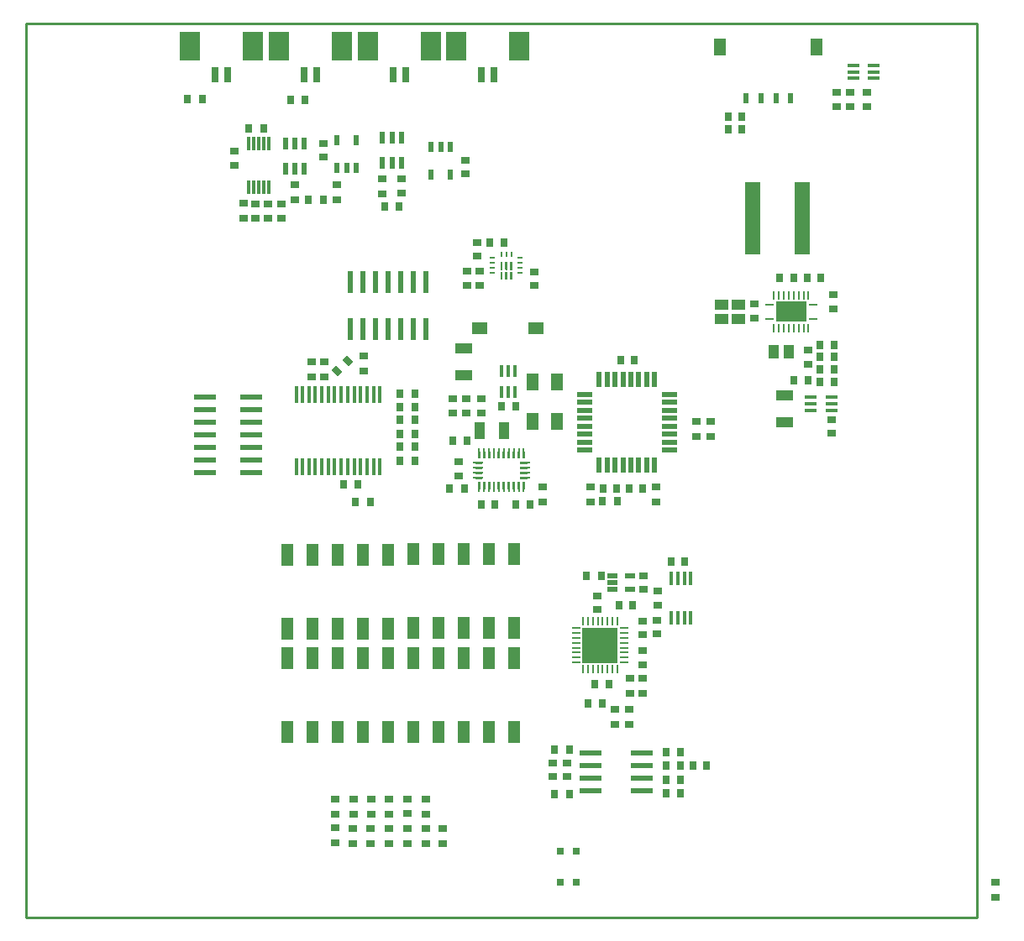
<source format=gtp>
G04*
G04 #@! TF.GenerationSoftware,Altium Limited,Altium Designer,18.1.9 (240)*
G04*
G04 Layer_Color=8421504*
%FSLAX44Y44*%
%MOMM*%
G71*
G01*
G75*
%ADD14C,0.2540*%
%ADD21R,0.9000X0.7000*%
%ADD22R,1.2500X1.8000*%
%ADD23R,0.6000X1.0000*%
%ADD24R,0.8000X1.6000*%
%ADD25R,2.1000X3.0000*%
%ADD26R,1.1000X1.4000*%
%ADD27R,1.4000X1.1000*%
%ADD28R,0.2600X0.9000*%
%ADD29R,0.9000X0.2600*%
%ADD30R,3.0700X2.0700*%
%ADD31R,2.1844X0.5588*%
%ADD32R,0.5588X2.1844*%
%ADD33R,2.2000X0.6000*%
%ADD34R,1.1684X0.3556*%
%ADD35R,0.3556X1.1684*%
%ADD36R,1.2700X2.2600*%
%ADD37R,1.5000X1.2000*%
%ADD38R,1.6000X7.3500*%
%ADD39R,0.6000X0.2400*%
%ADD40R,0.2400X0.6000*%
%ADD41R,0.9000X0.8000*%
G04:AMPARAMS|DCode=42|XSize=0.9mm|YSize=0.7mm|CornerRadius=0mm|HoleSize=0mm|Usage=FLASHONLY|Rotation=135.000|XOffset=0mm|YOffset=0mm|HoleType=Round|Shape=Rectangle|*
%AMROTATEDRECTD42*
4,1,4,0.5657,-0.0707,0.0707,-0.5657,-0.5657,0.0707,-0.0707,0.5657,0.5657,-0.0707,0.0*
%
%ADD42ROTATEDRECTD42*%

%ADD43R,0.8000X0.9000*%
%ADD44R,0.7000X0.9000*%
%ADD45R,0.6000X1.1000*%
%ADD46R,0.5588X1.2700*%
%ADD47R,0.3000X1.4500*%
%ADD48R,1.7000X1.1000*%
%ADD49R,0.4318X1.6510*%
%ADD50R,1.0000X1.8000*%
%ADD51R,0.2500X1.0000*%
%ADD52R,1.0000X0.2500*%
%ADD53R,0.5500X1.5000*%
%ADD54R,1.5000X0.5500*%
%ADD55R,0.4500X1.3500*%
%ADD56R,1.0000X0.4700*%
%ADD57R,0.8400X0.2600*%
%ADD58R,0.2600X0.8400*%
%ADD59R,3.6000X3.6000*%
%ADD60R,1.2000X1.8000*%
%ADD61R,0.7500X0.7000*%
G36*
X490046Y660929D02*
X490139Y660901D01*
X490224Y660855D01*
X490299Y660794D01*
X490361Y660719D01*
X490407Y660633D01*
X490435Y660540D01*
X490444Y660444D01*
Y653484D01*
X490435Y653387D01*
X490407Y653294D01*
X490361Y653209D01*
X490299Y653134D01*
X490224Y653072D01*
X490139Y653026D01*
X490046Y652998D01*
X489949Y652989D01*
X488739D01*
X488643Y652998D01*
X488550Y653026D01*
X488464Y653072D01*
X488389Y653134D01*
X488328Y653209D01*
X488282Y653294D01*
X488254Y653387D01*
X488244Y653484D01*
Y660444D01*
X488254Y660540D01*
X488282Y660633D01*
X488328Y660719D01*
X488389Y660794D01*
X488464Y660855D01*
X488550Y660901D01*
X488643Y660929D01*
X488739Y660939D01*
X489949D01*
X490046Y660929D01*
D02*
G37*
G36*
X485239Y660929D02*
X485333Y660900D01*
X485420Y660854D01*
X485497Y660791D01*
X485560Y660715D01*
X485606Y660628D01*
X485635Y660533D01*
X485644Y660435D01*
Y653493D01*
X485635Y653394D01*
X485606Y653300D01*
X485560Y653213D01*
X485497Y653136D01*
X485420Y653074D01*
X485333Y653027D01*
X485239Y652998D01*
X485140Y652989D01*
X483748D01*
X483650Y652998D01*
X483555Y653027D01*
X483468Y653074D01*
X483392Y653136D01*
X483329Y653213D01*
X483283Y653300D01*
X483254Y653394D01*
X483244Y653493D01*
Y660435D01*
X483254Y660533D01*
X483283Y660628D01*
X483329Y660715D01*
X483392Y660791D01*
X483468Y660854D01*
X483555Y660900D01*
X483650Y660929D01*
X483748Y660939D01*
X485140D01*
X485239Y660929D01*
D02*
G37*
G36*
X480246Y660929D02*
X480339Y660901D01*
X480424Y660855D01*
X480499Y660794D01*
X480561Y660719D01*
X480607Y660633D01*
X480635Y660540D01*
X480644Y660444D01*
Y653484D01*
X480635Y653387D01*
X480607Y653294D01*
X480561Y653209D01*
X480499Y653134D01*
X480424Y653072D01*
X480339Y653026D01*
X480246Y652998D01*
X480149Y652989D01*
X478939D01*
X478843Y652998D01*
X478750Y653026D01*
X478664Y653072D01*
X478589Y653134D01*
X478528Y653209D01*
X478482Y653294D01*
X478454Y653387D01*
X478444Y653484D01*
Y660444D01*
X478454Y660540D01*
X478482Y660633D01*
X478528Y660719D01*
X478589Y660794D01*
X478664Y660855D01*
X478750Y660901D01*
X478843Y660929D01*
X478939Y660939D01*
X480149D01*
X480246Y660929D01*
D02*
G37*
G36*
X490046Y650979D02*
X490139Y650951D01*
X490224Y650905D01*
X490299Y650844D01*
X490361Y650769D01*
X490407Y650683D01*
X490435Y650590D01*
X490444Y650494D01*
Y643534D01*
X490435Y643437D01*
X490407Y643344D01*
X490361Y643259D01*
X490299Y643184D01*
X490224Y643122D01*
X490139Y643076D01*
X490046Y643048D01*
X489949Y643039D01*
X488739D01*
X488643Y643048D01*
X488550Y643076D01*
X488464Y643122D01*
X488389Y643184D01*
X488328Y643259D01*
X488282Y643344D01*
X488254Y643437D01*
X488244Y643534D01*
Y650494D01*
X488254Y650590D01*
X488282Y650683D01*
X488328Y650769D01*
X488389Y650844D01*
X488464Y650905D01*
X488550Y650951D01*
X488643Y650979D01*
X488739Y650989D01*
X489949D01*
X490046Y650979D01*
D02*
G37*
G36*
X485239Y650979D02*
X485333Y650950D01*
X485420Y650904D01*
X485497Y650841D01*
X485560Y650765D01*
X485606Y650678D01*
X485635Y650583D01*
X485644Y650485D01*
Y643543D01*
X485635Y643444D01*
X485606Y643350D01*
X485560Y643263D01*
X485497Y643186D01*
X485420Y643124D01*
X485333Y643077D01*
X485239Y643048D01*
X485140Y643039D01*
X483748D01*
X483650Y643048D01*
X483555Y643077D01*
X483468Y643124D01*
X483392Y643186D01*
X483329Y643263D01*
X483283Y643350D01*
X483254Y643444D01*
X483244Y643543D01*
Y650485D01*
X483254Y650583D01*
X483283Y650678D01*
X483329Y650765D01*
X483392Y650841D01*
X483468Y650904D01*
X483555Y650950D01*
X483650Y650979D01*
X483748Y650989D01*
X485140D01*
X485239Y650979D01*
D02*
G37*
G36*
X480246Y650979D02*
X480339Y650951D01*
X480424Y650905D01*
X480499Y650844D01*
X480561Y650769D01*
X480607Y650683D01*
X480635Y650590D01*
X480644Y650494D01*
Y643534D01*
X480635Y643437D01*
X480607Y643344D01*
X480561Y643259D01*
X480499Y643184D01*
X480424Y643122D01*
X480339Y643076D01*
X480246Y643048D01*
X480149Y643039D01*
X478939D01*
X478843Y643048D01*
X478750Y643076D01*
X478664Y643122D01*
X478589Y643184D01*
X478528Y643259D01*
X478482Y643344D01*
X478454Y643437D01*
X478444Y643534D01*
Y650494D01*
X478454Y650590D01*
X478482Y650683D01*
X478528Y650769D01*
X478589Y650844D01*
X478664Y650905D01*
X478750Y650951D01*
X478843Y650979D01*
X478939Y650989D01*
X480149D01*
X480246Y650979D01*
D02*
G37*
G36*
X779186Y605580D02*
X761542D01*
Y617473D01*
X779186D01*
Y605580D01*
D02*
G37*
G36*
X463223Y462920D02*
X460750D01*
Y469900D01*
X463223D01*
Y462920D01*
D02*
G37*
G36*
X503289Y462920D02*
X500750D01*
Y469900D01*
X503289D01*
Y462920D01*
D02*
G37*
G36*
X473242Y462916D02*
X470750D01*
Y469900D01*
X473242D01*
Y462916D01*
D02*
G37*
G36*
X478249Y462907D02*
X475750D01*
Y469900D01*
X478249D01*
Y462907D01*
D02*
G37*
G36*
X483252Y462905D02*
X480750D01*
Y469900D01*
X483252D01*
Y462905D01*
D02*
G37*
G36*
X498258Y462905D02*
X495750D01*
Y469900D01*
X498258D01*
Y462905D01*
D02*
G37*
G36*
X493255Y462904D02*
X490750D01*
Y469900D01*
X493255D01*
Y462904D01*
D02*
G37*
G36*
X468246Y462904D02*
X465750D01*
Y469900D01*
X468246D01*
Y462904D01*
D02*
G37*
G36*
X488252Y462903D02*
X485750D01*
Y469900D01*
X488252D01*
Y462903D01*
D02*
G37*
G36*
X458245Y462903D02*
X455750D01*
Y469900D01*
X458245D01*
Y462903D01*
D02*
G37*
G36*
X460477Y457173D02*
X453484D01*
Y459635D01*
X460477D01*
Y457173D01*
D02*
G37*
G36*
X505517Y457133D02*
X498524D01*
Y459674D01*
X505517D01*
Y457133D01*
D02*
G37*
G36*
X460495Y452155D02*
X453495D01*
Y454645D01*
X460495D01*
Y452155D01*
D02*
G37*
G36*
X505502Y452148D02*
X498501D01*
Y454651D01*
X505502D01*
Y452148D01*
D02*
G37*
G36*
X460496Y447154D02*
X453493D01*
Y449643D01*
X460496D01*
Y447154D01*
D02*
G37*
G36*
X505518Y447132D02*
X498511D01*
Y449661D01*
X505518D01*
Y447132D01*
D02*
G37*
G36*
X460499Y442151D02*
X453498D01*
Y444648D01*
X460499D01*
Y442151D01*
D02*
G37*
G36*
X505506Y442144D02*
X498502D01*
Y444652D01*
X505506D01*
Y442144D01*
D02*
G37*
G36*
X468244Y431889D02*
X465750D01*
Y438900D01*
X468244D01*
Y431889D01*
D02*
G37*
G36*
X503266Y431887D02*
X500750D01*
Y438900D01*
X503266D01*
Y431887D01*
D02*
G37*
G36*
X498267Y431883D02*
X495750D01*
Y438900D01*
X498267D01*
Y431883D01*
D02*
G37*
G36*
X473244Y431883D02*
X470750D01*
Y438900D01*
X473244D01*
Y431883D01*
D02*
G37*
G36*
X493264Y431881D02*
X490750D01*
Y438900D01*
X493264D01*
Y431881D01*
D02*
G37*
G36*
X463233D02*
X460750D01*
Y438900D01*
X463233D01*
Y431881D01*
D02*
G37*
G36*
X458225Y431878D02*
X455750D01*
Y438900D01*
X458225D01*
Y431878D01*
D02*
G37*
G36*
X478248Y431869D02*
X475750D01*
Y438900D01*
X478248D01*
Y431869D01*
D02*
G37*
G36*
X483257Y431867D02*
X480750D01*
Y438900D01*
X483257D01*
Y431867D01*
D02*
G37*
G36*
X488267Y431863D02*
X485750D01*
Y438900D01*
X488267D01*
Y431863D01*
D02*
G37*
G36*
X594750Y276799D02*
X581353D01*
Y290221D01*
X594750D01*
Y276799D01*
D02*
G37*
G36*
X576750D02*
X563320D01*
Y290230D01*
X576750D01*
Y276799D01*
D02*
G37*
G36*
X594750Y258799D02*
X581352D01*
Y272198D01*
X594750D01*
Y258799D01*
D02*
G37*
G36*
X576750D02*
X563325D01*
Y272196D01*
X576750D01*
Y258799D01*
D02*
G37*
D14*
X0Y901700D02*
X958850D01*
X958850Y0D01*
X0D02*
X958850D01*
X0D02*
Y901700D01*
D21*
X977646Y20440D02*
D03*
Y35440D02*
D03*
X288290Y560277D02*
D03*
Y545277D02*
D03*
X300990Y560325D02*
D03*
Y545325D02*
D03*
X340360Y551180D02*
D03*
Y566180D02*
D03*
X520999Y418900D02*
D03*
Y433900D02*
D03*
X420578Y74500D02*
D03*
Y89500D02*
D03*
X378657Y730150D02*
D03*
Y745150D02*
D03*
X359767Y729896D02*
D03*
Y744896D02*
D03*
X210500Y758250D02*
D03*
Y773250D02*
D03*
X314069Y724000D02*
D03*
Y739000D02*
D03*
X271168Y724000D02*
D03*
Y739000D02*
D03*
X219258Y704970D02*
D03*
Y719970D02*
D03*
X830956Y817514D02*
D03*
Y832514D02*
D03*
X817334Y817514D02*
D03*
Y832514D02*
D03*
X676144Y499909D02*
D03*
Y484909D02*
D03*
X690644Y499909D02*
D03*
Y484909D02*
D03*
X635001Y418805D02*
D03*
Y433805D02*
D03*
X569368Y418805D02*
D03*
Y433805D02*
D03*
X622000Y241000D02*
D03*
Y225999D02*
D03*
X609000Y241000D02*
D03*
Y225999D02*
D03*
X608000Y209500D02*
D03*
Y194499D02*
D03*
X594000Y209499D02*
D03*
Y194499D02*
D03*
X403800Y118901D02*
D03*
Y103901D02*
D03*
X384900Y119500D02*
D03*
Y104500D02*
D03*
X366000Y118901D02*
D03*
Y103901D02*
D03*
X348000Y118901D02*
D03*
Y103901D02*
D03*
X330400Y118901D02*
D03*
Y103901D02*
D03*
X311900Y118901D02*
D03*
Y103901D02*
D03*
X403500Y89417D02*
D03*
Y74417D02*
D03*
X384900Y89417D02*
D03*
Y74417D02*
D03*
X366300Y89417D02*
D03*
Y74417D02*
D03*
X347700Y89417D02*
D03*
Y74417D02*
D03*
X311900Y90000D02*
D03*
Y75000D02*
D03*
X330100Y89417D02*
D03*
Y74417D02*
D03*
D22*
X700000Y878000D02*
D03*
X797100D02*
D03*
D23*
X726050Y826100D02*
D03*
X741050D02*
D03*
X756050D02*
D03*
X771050D02*
D03*
D24*
X382999Y849680D02*
D03*
X370499D02*
D03*
X203499Y849680D02*
D03*
X190999D02*
D03*
X292999Y849680D02*
D03*
X280499D02*
D03*
X471999Y849680D02*
D03*
X459499D02*
D03*
D25*
X344999Y878680D02*
D03*
X408499D02*
D03*
X165499Y878680D02*
D03*
X228999D02*
D03*
X254999Y878680D02*
D03*
X318499D02*
D03*
X433999Y878680D02*
D03*
X497499D02*
D03*
D26*
X768800Y570900D02*
D03*
X753800D02*
D03*
D27*
X718600Y618200D02*
D03*
Y603200D02*
D03*
X701100Y618110D02*
D03*
Y603110D02*
D03*
D28*
X754016Y627600D02*
D03*
X789016Y593900D02*
D03*
Y627600D02*
D03*
X784016D02*
D03*
X779016D02*
D03*
X774016D02*
D03*
X769016D02*
D03*
X764016D02*
D03*
X759016D02*
D03*
X754016Y593900D02*
D03*
X759016D02*
D03*
X764016D02*
D03*
X769016D02*
D03*
X774016D02*
D03*
X779016D02*
D03*
X784016D02*
D03*
D29*
X749666Y618250D02*
D03*
X793366Y603250D02*
D03*
Y618250D02*
D03*
X749666Y603250D02*
D03*
D30*
X771516Y610750D02*
D03*
D31*
X180378Y448900D02*
D03*
Y461600D02*
D03*
Y474300D02*
D03*
Y487000D02*
D03*
Y499700D02*
D03*
Y512400D02*
D03*
Y525100D02*
D03*
X227622D02*
D03*
Y512400D02*
D03*
Y499700D02*
D03*
Y487000D02*
D03*
Y474300D02*
D03*
Y461600D02*
D03*
Y448900D02*
D03*
D32*
X403100Y593378D02*
D03*
X390400D02*
D03*
X377700D02*
D03*
X365000D02*
D03*
X352300D02*
D03*
X339600D02*
D03*
X326900D02*
D03*
Y640622D02*
D03*
X339600D02*
D03*
X352300D02*
D03*
X365000D02*
D03*
X377700D02*
D03*
X390400D02*
D03*
X403100D02*
D03*
D33*
X569350Y152700D02*
D03*
X621350D02*
D03*
X569350Y165400D02*
D03*
Y140000D02*
D03*
Y127300D02*
D03*
X621350Y165400D02*
D03*
Y140000D02*
D03*
Y127300D02*
D03*
D34*
X854970Y846083D02*
D03*
Y852687D02*
D03*
Y859291D02*
D03*
X834142D02*
D03*
Y852687D02*
D03*
Y846083D02*
D03*
X812414Y511628D02*
D03*
Y518232D02*
D03*
Y524836D02*
D03*
X791586D02*
D03*
Y518232D02*
D03*
Y511628D02*
D03*
D35*
X479991Y529931D02*
D03*
X486595D02*
D03*
X493199D02*
D03*
Y550759D02*
D03*
X486595D02*
D03*
X479991D02*
D03*
D36*
X314600Y366000D02*
D03*
X263800D02*
D03*
X289200D02*
D03*
X365400D02*
D03*
X340000D02*
D03*
Y291400D02*
D03*
X365400D02*
D03*
X289200D02*
D03*
X263800D02*
D03*
X314600D02*
D03*
X441600Y366130D02*
D03*
X390800D02*
D03*
X416200D02*
D03*
X492400D02*
D03*
X467000D02*
D03*
Y291530D02*
D03*
X492400D02*
D03*
X416200D02*
D03*
X390800D02*
D03*
X441600D02*
D03*
Y261200D02*
D03*
X390800D02*
D03*
X416200D02*
D03*
X492400D02*
D03*
X467000D02*
D03*
Y186600D02*
D03*
X492400D02*
D03*
X416200D02*
D03*
X390800D02*
D03*
X441600D02*
D03*
X314500Y261200D02*
D03*
X263700D02*
D03*
X289100D02*
D03*
X365300D02*
D03*
X339900D02*
D03*
Y186600D02*
D03*
X365300D02*
D03*
X289100D02*
D03*
X263700D02*
D03*
X314500D02*
D03*
D37*
X514350Y593900D02*
D03*
X457350D02*
D03*
D38*
X782750Y705274D02*
D03*
X732750D02*
D03*
D39*
X498444Y650039D02*
D03*
Y655039D02*
D03*
Y660039D02*
D03*
Y665039D02*
D03*
X470444D02*
D03*
Y660039D02*
D03*
Y655039D02*
D03*
Y650039D02*
D03*
D40*
X489444Y669039D02*
D03*
X484444D02*
D03*
X479444D02*
D03*
D41*
X812414Y488305D02*
D03*
Y502305D02*
D03*
X455295Y666640D02*
D03*
Y680641D02*
D03*
X512631Y637047D02*
D03*
Y651047D02*
D03*
X457848Y637641D02*
D03*
Y651641D02*
D03*
X444859Y637641D02*
D03*
Y651641D02*
D03*
X300000Y780750D02*
D03*
Y766750D02*
D03*
X231758Y719274D02*
D03*
Y705274D02*
D03*
X244589Y719274D02*
D03*
Y705274D02*
D03*
X443230Y749694D02*
D03*
Y763694D02*
D03*
X257810Y719274D02*
D03*
Y705274D02*
D03*
X788350Y572000D02*
D03*
Y558000D02*
D03*
X734314Y618378D02*
D03*
Y604378D02*
D03*
X813866Y627750D02*
D03*
Y613750D02*
D03*
X847556Y818014D02*
D03*
Y832014D02*
D03*
X459193Y522896D02*
D03*
Y508896D02*
D03*
X444190Y522896D02*
D03*
Y508896D02*
D03*
X430192Y508896D02*
D03*
Y522896D02*
D03*
X436500Y445200D02*
D03*
Y459200D02*
D03*
X545350Y156000D02*
D03*
Y142000D02*
D03*
X531350Y156000D02*
D03*
Y142000D02*
D03*
X622000Y298999D02*
D03*
Y285000D02*
D03*
X636376Y299699D02*
D03*
Y285700D02*
D03*
X637000Y314999D02*
D03*
Y328999D02*
D03*
X622999Y330549D02*
D03*
Y344549D02*
D03*
X576500Y324250D02*
D03*
Y310250D02*
D03*
X622000Y269000D02*
D03*
Y255000D02*
D03*
D42*
X314068Y550680D02*
D03*
X324674Y561287D02*
D03*
D43*
X467945Y680641D02*
D03*
X481945D02*
D03*
X472873Y416000D02*
D03*
X458873D02*
D03*
X611876Y314999D02*
D03*
X597876D02*
D03*
X800500Y577561D02*
D03*
X814500D02*
D03*
X800500Y565000D02*
D03*
X814500D02*
D03*
X800500Y552905D02*
D03*
X814500D02*
D03*
X800500Y540359D02*
D03*
X814500D02*
D03*
X774574Y541388D02*
D03*
X788574D02*
D03*
X801366Y644600D02*
D03*
X787366D02*
D03*
X759866Y644600D02*
D03*
X773866D02*
D03*
X722010Y794714D02*
D03*
X708010D02*
D03*
X722010Y807414D02*
D03*
X708010D02*
D03*
X493964Y515765D02*
D03*
X479964D02*
D03*
X444751Y481085D02*
D03*
X430751D02*
D03*
X320534Y436285D02*
D03*
X334534D02*
D03*
X599501Y561719D02*
D03*
X613501D02*
D03*
X622000Y432805D02*
D03*
X608000D02*
D03*
X596000Y432805D02*
D03*
X582000D02*
D03*
X672450Y152851D02*
D03*
X686450D02*
D03*
X664500Y358875D02*
D03*
X650500D02*
D03*
X588000Y235000D02*
D03*
X574000D02*
D03*
D44*
X508575Y416000D02*
D03*
X493574D02*
D03*
X376622Y716568D02*
D03*
X361622D02*
D03*
X281728Y824201D02*
D03*
X266728D02*
D03*
X162900Y825200D02*
D03*
X177900D02*
D03*
X224910Y796036D02*
D03*
X239910D02*
D03*
X300250Y724000D02*
D03*
X285250D02*
D03*
X427415Y432150D02*
D03*
X442415D02*
D03*
X377434Y528528D02*
D03*
X392435D02*
D03*
X377434Y515004D02*
D03*
X392435D02*
D03*
X377434Y502004D02*
D03*
X392435D02*
D03*
X377434Y487904D02*
D03*
X392435D02*
D03*
X377434Y474728D02*
D03*
X392435D02*
D03*
X377434Y460579D02*
D03*
X392435D02*
D03*
X332100Y419000D02*
D03*
X347100D02*
D03*
X581500Y420000D02*
D03*
X596500D02*
D03*
X645280Y166370D02*
D03*
X660280D02*
D03*
X660350Y152851D02*
D03*
X645350D02*
D03*
X660350Y138900D02*
D03*
X645350D02*
D03*
X660350Y124900D02*
D03*
X645350D02*
D03*
X532850Y169000D02*
D03*
X547850D02*
D03*
X532850Y124000D02*
D03*
X547850D02*
D03*
X580277Y343999D02*
D03*
X565278D02*
D03*
X566500Y216000D02*
D03*
X581500D02*
D03*
D45*
X427898Y749274D02*
D03*
X408898D02*
D03*
Y777274D02*
D03*
X418398D02*
D03*
X427898D02*
D03*
X314068Y783782D02*
D03*
X333068D02*
D03*
Y755782D02*
D03*
X323568D02*
D03*
X314068D02*
D03*
D46*
X359724Y786672D02*
D03*
X369122D02*
D03*
X378520D02*
D03*
Y760764D02*
D03*
X369122D02*
D03*
X359724D02*
D03*
X261770Y780736D02*
D03*
X271168D02*
D03*
X280566D02*
D03*
Y754828D02*
D03*
X271168D02*
D03*
X261770D02*
D03*
D47*
X224870Y736288D02*
D03*
X229870D02*
D03*
X234870D02*
D03*
X239870D02*
D03*
X244870D02*
D03*
X224870Y780288D02*
D03*
X229870D02*
D03*
X234870D02*
D03*
X239870D02*
D03*
X244870D02*
D03*
D48*
X764860Y526514D02*
D03*
Y499514D02*
D03*
X441750Y547027D02*
D03*
Y574027D02*
D03*
D49*
X272606Y454232D02*
D03*
X278956D02*
D03*
X285560D02*
D03*
X291910D02*
D03*
X298514D02*
D03*
X305118D02*
D03*
X311468D02*
D03*
X318072D02*
D03*
X324422D02*
D03*
X331026D02*
D03*
X337630D02*
D03*
X343980D02*
D03*
X350584D02*
D03*
X356934D02*
D03*
Y526876D02*
D03*
X350584D02*
D03*
X343980D02*
D03*
X337630D02*
D03*
X331026D02*
D03*
X324422D02*
D03*
X318072D02*
D03*
X311468D02*
D03*
X305118D02*
D03*
X298514D02*
D03*
X291910D02*
D03*
X285560D02*
D03*
X278956D02*
D03*
X272606D02*
D03*
D50*
X457500Y490500D02*
D03*
X482500D02*
D03*
D51*
X457000Y467900D02*
D03*
X462000D02*
D03*
X467000D02*
D03*
X472000D02*
D03*
X477000D02*
D03*
X482000D02*
D03*
X487000D02*
D03*
X492000D02*
D03*
X497000D02*
D03*
X502000D02*
D03*
Y433900D02*
D03*
X497000D02*
D03*
X492000D02*
D03*
X487000D02*
D03*
X482000D02*
D03*
X477000D02*
D03*
X472000D02*
D03*
X467000D02*
D03*
X462000D02*
D03*
X457000D02*
D03*
D52*
X455500Y443400D02*
D03*
Y448400D02*
D03*
Y453400D02*
D03*
Y458400D02*
D03*
X503500Y443400D02*
D03*
Y448400D02*
D03*
Y453400D02*
D03*
Y458400D02*
D03*
D53*
X634001Y542305D02*
D03*
X626001D02*
D03*
X618001D02*
D03*
X610001D02*
D03*
X602001D02*
D03*
X594001D02*
D03*
X586001D02*
D03*
X578001D02*
D03*
Y456305D02*
D03*
X586001D02*
D03*
X594001D02*
D03*
X602001D02*
D03*
X610001D02*
D03*
X618001D02*
D03*
X626001D02*
D03*
X634001D02*
D03*
D54*
X563000Y527305D02*
D03*
Y519305D02*
D03*
Y511305D02*
D03*
Y503305D02*
D03*
Y495305D02*
D03*
Y487305D02*
D03*
Y479305D02*
D03*
Y471305D02*
D03*
X649000D02*
D03*
Y479305D02*
D03*
Y487305D02*
D03*
Y495305D02*
D03*
Y503305D02*
D03*
Y511305D02*
D03*
Y519305D02*
D03*
Y527305D02*
D03*
D55*
X651000Y302375D02*
D03*
X657500D02*
D03*
X664000D02*
D03*
X670500D02*
D03*
X651000Y341875D02*
D03*
X657500D02*
D03*
X664000D02*
D03*
X670500D02*
D03*
D56*
X591426Y344050D02*
D03*
Y331049D02*
D03*
X609426Y344050D02*
D03*
Y331049D02*
D03*
X591426Y337549D02*
D03*
D57*
X554700Y291999D02*
D03*
Y287000D02*
D03*
Y281999D02*
D03*
Y277000D02*
D03*
Y271999D02*
D03*
Y267000D02*
D03*
Y261999D02*
D03*
Y257000D02*
D03*
X603400D02*
D03*
Y261999D02*
D03*
Y267000D02*
D03*
Y271999D02*
D03*
Y277000D02*
D03*
Y281999D02*
D03*
Y287000D02*
D03*
Y291999D02*
D03*
D58*
X596550Y298849D02*
D03*
X591550D02*
D03*
X586550D02*
D03*
X581550D02*
D03*
X576550D02*
D03*
X571550D02*
D03*
X566550D02*
D03*
X561550D02*
D03*
Y250149D02*
D03*
X566550D02*
D03*
X571550D02*
D03*
X576550D02*
D03*
X581550D02*
D03*
X586550D02*
D03*
X591550D02*
D03*
X596550D02*
D03*
D59*
X579050Y274499D02*
D03*
D60*
X535250Y539917D02*
D03*
Y499917D02*
D03*
X511250D02*
D03*
Y539917D02*
D03*
D61*
X538750Y67000D02*
D03*
Y35000D02*
D03*
X555250D02*
D03*
Y67000D02*
D03*
M02*

</source>
